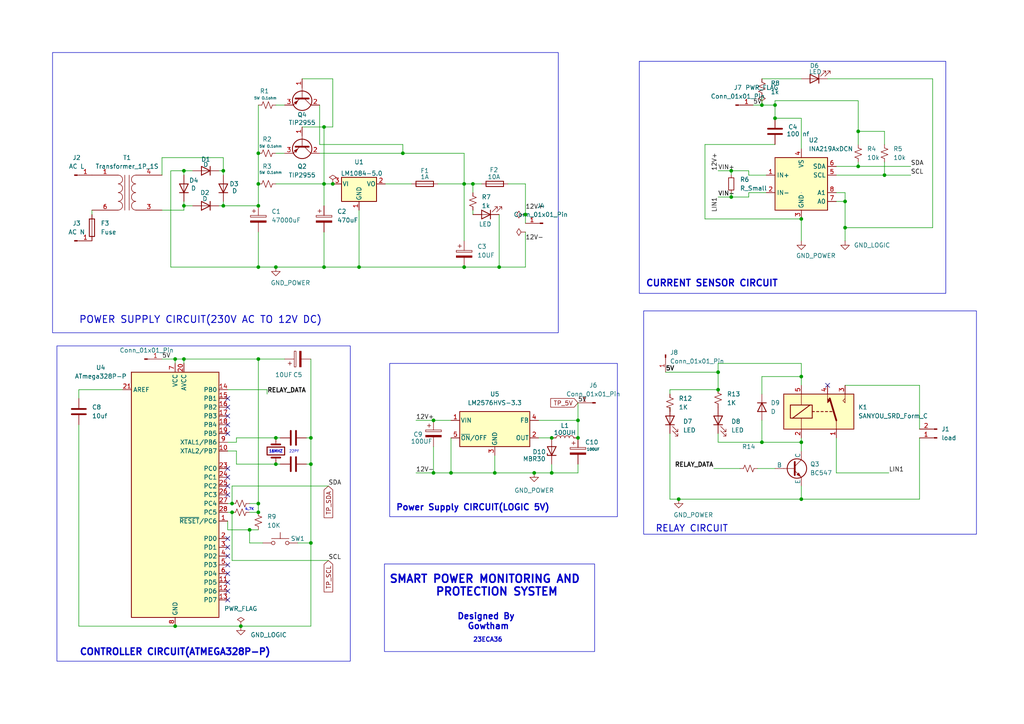
<source format=kicad_sch>
(kicad_sch (version 20250114) (generator "eeschema") (generator_version "9.0")
  (paper "A4")
  (lib_symbols
    (symbol "Connector:Conn_01x01_Pin" (pin_names (offset 1.016) (hide yes))
      (property "Reference" "J" (at 0 2.54 0))
      (property "Value" "Conn_01x01_Pin" (at 0 -2.54 0))
      (symbol "Conn_01x01_Pin_1_1"
        (pin passive line (at 5.08 0 180) (length 3.81) (name "Pin_1") (number "1"))
      )
    )
    (symbol "Connector:Conn_01x02_Pin" (pin_names (offset 1.016) (hide yes))
      (property "Reference" "J" (at 0 2.54 0))
      (property "Value" "Conn_01x02_Pin" (at 0 -5.08 0))
      (symbol "Conn_01x02_Pin_1_1"
        (pin passive line (at 5.08 0 180) (length 3.81) (name "Pin_1") (number "1"))
        (pin passive line (at 5.08 -2.54 180) (length 3.81) (name "Pin_2") (number "2"))
      )
    )
    (symbol "Device:C" (pin_numbers (hide yes)) (pin_names (offset 0.254))
      (property "Reference" "C" (at 0.635 2.54 0))
      (property "Value" "C" (at 0.635 -2.54 0))
      (symbol "C_1_1"
        (pin passive line (at 0 3.81 270) (length 2.794) (name "~") (number "1"))
        (pin passive line (at 0 -3.81 90) (length 2.794) (name "~") (number "2"))
      )
    )
    (symbol "Device:C_Polarized" (pin_numbers (hide yes)) (pin_names (offset 0.254))
      (property "Reference" "C" (at 0.635 2.54 0))
      (property "Value" "C_Polarized" (at 0.635 -2.54 0))
      (symbol "C_Polarized_1_1"
        (pin passive line (at 0 3.81 270) (length 2.794) (name "~") (number "1"))
        (pin passive line (at 0 -3.81 90) (length 2.794) (name "~") (number "2"))
      )
    )
    (symbol "Device:Crystal" (pin_numbers (hide yes)) (pin_names (offset 1.016) (hide yes))
      (property "Reference" "Y" (at 0 3.81 0))
      (property "Value" "Crystal" (at 0 -3.81 0))
      (symbol "Crystal_1_1"
        (pin passive line (at -3.81 0 0) (length 1.27) (name "1") (number "1"))
        (pin passive line (at 3.81 0 180) (length 1.27) (name "2") (number "2"))
      )
    )
    (symbol "Device:D" (pin_numbers (hide yes)) (pin_names (offset 1.016) (hide yes))
      (property "Reference" "D" (at 0 2.54 0))
      (property "Value" "D" (at 0 -2.54 0))
      (symbol "D_1_1"
        (pin passive line (at -3.81 0 0) (length 2.54) (name "K") (number "1"))
        (pin passive line (at 3.81 0 180) (length 2.54) (name "A") (number "2"))
      )
    )
    (symbol "Device:D_Zener" (pin_numbers (hide yes)) (pin_names (offset 1.016) (hide yes))
      (property "Reference" "D" (at 0 2.54 0))
      (property "Value" "D_Zener" (at 0 -2.54 0))
      (symbol "D_Zener_1_1"
        (pin passive line (at -3.81 0 0) (length 2.54) (name "K") (number "1"))
        (pin passive line (at 3.81 0 180) (length 2.54) (name "A") (number "2"))
      )
    )
    (symbol "Device:Fuse" (pin_numbers (hide yes)) (pin_names (offset 0))
      (property "Reference" "F" (at 2.032 0 90))
      (property "Value" "Fuse" (at -1.905 0 90))
      (symbol "Fuse_1_1"
        (pin passive line (at 0 3.81 270) (length 1.27) (name "~") (number "1"))
        (pin passive line (at 0 -3.81 90) (length 1.27) (name "~") (number "2"))
      )
    )
    (symbol "Device:L" (pin_numbers (hide yes)) (pin_names (offset 1.016) (hide yes))
      (property "Reference" "L" (at -1.27 0 90))
      (property "Value" "L" (at 1.905 0 90))
      (symbol "L_1_1"
        (pin passive line (at 0 3.81 270) (length 1.27) (name "1") (number "1"))
        (pin passive line (at 0 -3.81 90) (length 1.27) (name "2") (number "2"))
      )
    )
    (symbol "Device:LED" (pin_numbers (hide yes)) (pin_names (offset 1.016) (hide yes))
      (property "Reference" "D" (at 0 2.54 0))
      (property "Value" "LED" (at 0 -2.54 0))
      (symbol "LED_1_1"
        (pin passive line (at -3.81 0 0) (length 2.54) (name "K") (number "1"))
        (pin passive line (at 3.81 0 180) (length 2.54) (name "A") (number "2"))
      )
    )
    (symbol "Device:R_Small" (pin_numbers (hide yes)) (pin_names (offset 0.254) (hide yes))
      (property "Reference" "R" (at 0.762 0.508 0))
      (property "Value" "R_Small" (at 0.762 -1.016 0))
      (symbol "R_Small_1_1"
        (pin passive line (at 0 2.54 270) (length 0.762) (name "~") (number "1"))
        (pin passive line (at 0 -2.54 90) (length 0.762) (name "~") (number "2"))
      )
    )
    (symbol "Device:R_Small_US" (pin_numbers (hide yes)) (pin_names (offset 0.254) (hide yes))
      (property "Reference" "R" (at 0.762 0.508 0))
      (property "Value" "R_Small_US" (at 0.762 -1.016 0))
      (symbol "R_Small_US_1_1"
        (pin passive line (at 0 2.54 270) (length 1.016) (name "~") (number "1"))
        (pin passive line (at 0 -2.54 90) (length 1.016) (name "~") (number "2"))
      )
    )
    (symbol "Device:Transformer_1P_1S" (pin_names (offset 1.016) (hide yes))
      (property "Reference" "T1" (at 0.0127 10.16 0))
      (property "Value" "Transformer_1P_1S" (at 0.0127 7.62 0))
      (symbol "Transformer_1P_1S_1_1"
        (pin passive line (at -10.16 5.08 0) (length 7.62) (name "AA") (number "1"))
        (pin passive line (at -10.16 -5.08 0) (length 7.62) (name "AB") (number "6"))
        (pin passive line (at 10.16 5.08 180) (length 7.62) (name "SB") (number "4"))
        (pin passive line (at 10.16 -5.08 180) (length 7.62) (name "SA") (number "3"))
      )
    )
    (symbol "MCU_Microchip_ATmega:ATmega328P-P"
      (property "Reference" "U" (at -12.7 36.83 0))
      (property "Value" "ATmega328P-P" (at 2.54 -36.83 0))
      (symbol "ATmega328P-P_1_1"
        (pin passive line (at -15.24 30.48 0) (length 2.54) (name "AREF") (number "21"))
        (pin power_in line (at 0 38.1 270) (length 2.54) (name "VCC") (number "7"))
        (pin passive line (at 0 -38.1 90) (length 2.54) (hide yes) (name "GND") (number "22"))
        (pin power_in line (at 0 -38.1 90) (length 2.54) (name "GND") (number "8"))
        (pin power_in line (at 2.54 38.1 270) (length 2.54) (name "AVCC") (number "20"))
        (pin bidirectional line (at 15.24 30.48 180) (length 2.54) (name "PB0") (number "14"))
        (pin bidirectional line (at 15.24 27.94 180) (length 2.54) (name "PB1") (number "15"))
        (pin bidirectional line (at 15.24 25.4 180) (length 2.54) (name "PB2") (number "16"))
        (pin bidirectional line (at 15.24 22.86 180) (length 2.54) (name "PB3") (number "17"))
        (pin bidirectional line (at 15.24 20.32 180) (length 2.54) (name "PB4") (number "18"))
        (pin bidirectional line (at 15.24 17.78 180) (length 2.54) (name "PB5") (number "19"))
        (pin bidirectional line (at 15.24 15.24 180) (length 2.54) (name "XTAL1/PB6") (number "9"))
        (pin bidirectional line (at 15.24 12.7 180) (length 2.54) (name "XTAL2/PB7") (number "10"))
        (pin bidirectional line (at 15.24 7.62 180) (length 2.54) (name "PC0") (number "23"))
        (pin bidirectional line (at 15.24 5.08 180) (length 2.54) (name "PC1") (number "24"))
        (pin bidirectional line (at 15.24 2.54 180) (length 2.54) (name "PC2") (number "25"))
        (pin bidirectional line (at 15.24 0 180) (length 2.54) (name "PC3") (number "26"))
        (pin bidirectional line (at 15.24 -2.54 180) (length 2.54) (name "PC4") (number "27"))
        (pin bidirectional line (at 15.24 -5.08 180) (length 2.54) (name "PC5") (number "28"))
        (pin bidirectional line (at 15.24 -7.62 180) (length 2.54) (name "~{RESET}/PC6") (number "1"))
        (pin bidirectional line (at 15.24 -12.7 180) (length 2.54) (name "PD0") (number "2"))
        (pin bidirectional line (at 15.24 -15.24 180) (length 2.54) (name "PD1") (number "3"))
        (pin bidirectional line (at 15.24 -17.78 180) (length 2.54) (name "PD2") (number "4"))
        (pin bidirectional line (at 15.24 -20.32 180) (length 2.54) (name "PD3") (number "5"))
        (pin bidirectional line (at 15.24 -22.86 180) (length 2.54) (name "PD4") (number "6"))
        (pin bidirectional line (at 15.24 -25.4 180) (length 2.54) (name "PD5") (number "11"))
        (pin bidirectional line (at 15.24 -27.94 180) (length 2.54) (name "PD6") (number "12"))
        (pin bidirectional line (at 15.24 -30.48 180) (length 2.54) (name "PD7") (number "13"))
      )
    )
    (symbol "Regulator_Linear:LM1084-5.0" (pin_names (offset 0.254))
      (property "Reference" "U" (at -3.81 3.175 0))
      (property "Value" "LM1084-5.0" (at 0 3.175 0))
      (symbol "LM1084-5.0_1_1"
        (pin power_in line (at -7.62 0 0) (length 2.54) (name "VI") (number "3"))
        (pin power_in line (at 0 -7.62 90) (length 2.54) (name "GND") (number "1"))
        (pin power_out line (at 7.62 0 180) (length 2.54) (name "VO") (number "2"))
      )
    )
    (symbol "Regulator_Switching:LM2576HVS-3.3" (pin_names (offset 0.254))
      (property "Reference" "U" (at -10.16 6.35 0))
      (property "Value" "LM2576HVS-3.3" (at 0 6.35 0))
      (symbol "LM2576HVS-3.3_1_1"
        (pin power_in line (at -12.7 2.54 0) (length 2.54) (name "VIN") (number "1"))
        (pin input line (at -12.7 -2.54 0) (length 2.54) (name "~{ON}/OFF") (number "5"))
        (pin power_in line (at 0 -7.62 90) (length 2.54) (name "GND") (number "3"))
        (pin input line (at 12.7 2.54 180) (length 2.54) (name "FB") (number "4"))
        (pin output line (at 12.7 -2.54 180) (length 2.54) (name "OUT") (number "2"))
      )
    )
    (symbol "Relay:SANYOU_SRD_Form_C"
      (property "Reference" "K" (at 11.43 3.81 0))
      (property "Value" "SANYOU_SRD_Form_C" (at 11.43 1.27 0))
      (symbol "SANYOU_SRD_Form_C_1_1"
        (pin passive line (at -5.08 7.62 270) (length 2.54) (name "~") (number "5"))
        (pin passive line (at -5.08 -7.62 90) (length 2.54) (name "~") (number "2"))
        (pin passive line (at 2.54 7.62 270) (length 2.54) (name "~") (number "4"))
        (pin passive line (at 5.08 -7.62 90) (length 2.54) (name "~") (number "1"))
        (pin passive line (at 7.62 7.62 270) (length 2.54) (name "~") (number "3"))
      )
    )
    (symbol "Sensor_Energy:INA219AxDCN"
      (property "Reference" "U" (at -6.35 8.89 0))
      (property "Value" "INA219AxDCN" (at 6.35 8.89 0))
      (symbol "INA219AxDCN_1_1"
        (pin input line (at -10.16 2.54 0) (length 2.54) (name "IN+") (number "1"))
        (pin input line (at -10.16 -2.54 0) (length 2.54) (name "IN-") (number "2"))
        (pin power_in line (at 0 10.16 270) (length 2.54) (name "VS") (number "4"))
        (pin power_in line (at 0 -10.16 90) (length 2.54) (name "GND") (number "3"))
        (pin bidirectional line (at 10.16 5.08 180) (length 2.54) (name "SDA") (number "6"))
        (pin input line (at 10.16 2.54 180) (length 2.54) (name "SCL") (number "5"))
        (pin input line (at 10.16 -2.54 180) (length 2.54) (name "A1") (number "8"))
        (pin input line (at 10.16 -5.08 180) (length 2.54) (name "A0") (number "7"))
      )
    )
    (symbol "Simulation_SPICE:NPN" (pin_numbers (hide yes)) (pin_names (offset 0))
      (property "Reference" "Q3" (at 5.08 1.2701 0))
      (property "Value" "BC547" (at 5.08 -1.2699 0))
      (symbol "NPN_1_1"
        (pin input line (at -5.08 0 0) (length 2.54) (name "B") (number "2"))
        (pin open_collector line (at 2.54 5.08 270) (length 2.54) (name "C") (number "1"))
        (pin passive line (at 2.54 -5.08 90) (length 2.54) (name "E") (number "3"))
      )
    )
    (symbol "Switch:SW_Push" (pin_numbers (hide yes)) (pin_names (offset 1.016) (hide yes))
      (property "Reference" "SW" (at 1.27 2.54 0))
      (property "Value" "SW_Push" (at 0 -1.524 0))
      (symbol "SW_Push_0_1"
        (pin passive line (at -5.08 0 0) (length 2.54) (name "1") (number "1"))
        (pin passive line (at 5.08 0 180) (length 2.54) (name "2") (number "2"))
      )
    )
    (symbol "Transistor_BJT:TIP2955" (pin_names (offset 0) (hide yes))
      (property "Reference" "Q" (at 5.08 1.905 0))
      (property "Value" "TIP2955" (at 5.08 0 0))
      (symbol "TIP2955_1_1"
        (pin input line (at -5.08 0 0) (length 2.54) (name "B") (number "1"))
        (pin passive line (at 2.54 5.08 270) (length 2.54) (name "C") (number "2"))
        (pin passive line (at 2.54 -5.08 90) (length 2.54) (name "E") (number "3"))
      )
    )
    (symbol "power:GND" (power) (pin_numbers (hide yes)) (pin_names (offset 0) (hide yes))
      (property "Value" "GND" (at 0 -3.81 0))
      (symbol "GND_1_1"
        (pin power_in line (at 0 0 270) (length 0) (name "~") (number "1"))
      )
    )
    (symbol "power:PWR_FLAG" (power) (pin_numbers (hide yes)) (pin_names (offset 0) (hide yes))
      (property "Value" "PWR_FLAG" (at 0 3.81 0))
      (symbol "PWR_FLAG_0_0"
        (pin power_out line (at 0 0 90) (length 0) (name "~") (number "1"))
      )
    )
  )
  (rectangle (start 15.24 15.24) (end 161.925 96.52))
  (rectangle (start 16.51 100.33) (end 101.6 191.77))
  (rectangle (start 186.69 90.17) (end 283.21 154.94))
  (rectangle (start 111.506 163.576) (end 172.466 188.976))
  (rectangle (start 113.03 105.41) (end 179.07 149.86))
  (text "Power Supply CIRCUIT(LOGIC 5V)" (at 137.16 147.32 0) (effects (font (size 1.778 1.778) (thickness 0.3556) (bold yes))))
  (text "SMART POWER MONITORING AND \n   PROTECTION SYSTEM" (at 141.478 169.926 0) (effects (font (size 2.286 2.286) (thickness 0.4572) (bold yes))))
  (text "Designed By\n Gowtham" (at 140.97 180.34 0) (effects (font (size 1.778 1.778) (thickness 0.3556) (bold yes))))
  (text "4.7K\n" (at 72.39 147.828 0) (effects (font (size 0.762 0.762))))
  (text "CURRENT SENSOR CIRCUIT" (at 206.502 82.296 0) (effects (font (size 1.905 1.905) (thickness 0.381) (bold yes))))
  (text "CONTROLLER CIRCUIT(ATMEGA328P-P)" (at 50.8 189.23 0) (effects (font (size 1.905 1.905) (thickness 0.4064) (bold yes))))
  (text "POWER SUPPLY CIRCUIT(230V AC TO 12V DC)\n\n" (at 58.166 94.488 0) (effects (font (size 2.032 2.032) (thickness 0.254) (bold yes))))
  (text "16MHZ\n" (at 80.01 131.064 0) (effects (font (size 0.762 0.762) (thickness 0.254) (bold yes))))
  (text "RELAY CIRCUIT" (at 200.66 153.416 0) (effects (font (size 1.905 1.905) (thickness 0.254) (bold yes))))
  (text "23ECA36\n" (at 141.478 185.674 0) (effects (font (size 1.27 1.27) (thickness 0.254) (bold yes))))
  (text "22PF" (at 85.344 131.064 0) (effects (font (size 0.762 0.762) (thickness 0.0953))))
  (text_box "" (at 185.42 17.78 0) (size 88.9 67.31) (margins 0.9525 0.9525 0.9525 0.9525) (effects (font (size 1.27 1.27)) (justify left top)))
  (text_box "" (at 232.41 55.88 0) (size 0 0) (margins 0.9525 0.9525 0.9525 0.9525) (effects (font (size 1.27 1.27)) (justify left top)))
  (junction (at 248.92 38.1))
  (junction (at 232.41 63.5))
  (junction (at 50.8 104.14))
  (junction (at 90.17 157.48))
  (junction (at 220.98 30.48))
  (junction (at 64.77 49.53))
  (junction (at 154.94 137.16))
  (junction (at 96.52 53.34))
  (junction (at 248.92 48.26))
  (junction (at 74.93 44.45))
  (junction (at 67.31 146.05))
  (junction (at 224.79 34.29))
  (junction (at 212.09 57.15))
  (junction (at 90.17 134.62))
  (junction (at 208.28 113.03))
  (junction (at 93.98 53.34))
  (junction (at 74.93 77.47))
  (junction (at 64.77 59.69))
  (junction (at 220.98 128.27))
  (junction (at 116.84 44.45))
  (junction (at 74.93 104.14))
  (junction (at 208.28 107.95))
  (junction (at 232.41 109.22))
  (junction (at 144.78 77.47))
  (junction (at 143.51 137.16))
  (junction (at 137.16 53.34))
  (junction (at 125.73 137.16))
  (junction (at 245.11 58.42))
  (junction (at 104.14 77.47))
  (junction (at 256.54 50.8))
  (junction (at 67.31 148.59))
  (junction (at 80.01 77.47))
  (junction (at 232.41 144.78))
  (junction (at 130.81 137.16))
  (junction (at 53.34 104.14))
  (junction (at 90.17 127))
  (junction (at 74.93 146.05))
  (junction (at 80.01 134.62))
  (junction (at 245.11 66.04))
  (junction (at 152.4 62.23))
  (junction (at 53.34 49.53))
  (junction (at 232.41 128.27))
  (junction (at 53.34 59.69))
  (junction (at 93.98 36.83))
  (junction (at 167.64 127))
  (junction (at 125.73 121.92))
  (junction (at 134.62 53.34))
  (junction (at 74.93 59.69))
  (junction (at 80.01 127))
  (junction (at 160.02 137.16))
  (junction (at 167.64 121.92))
  (junction (at 196.85 144.78))
  (junction (at 224.79 30.48))
  (junction (at 74.93 148.59))
  (junction (at 212.09 49.53))
  (junction (at 74.93 53.34))
  (junction (at 69.85 181.61))
  (junction (at 72.39 153.67))
  (junction (at 160.02 127))
  (junction (at 134.62 77.47))
  (junction (at 93.98 77.47))
  (junction (at 50.8 181.61))
  (no_connect (at 66.04 123.19))
  (no_connect (at 66.04 135.89))
  (no_connect (at 66.04 163.83))
  (no_connect (at 240.03 111.76))
  (no_connect (at 66.04 115.57))
  (no_connect (at 66.04 118.11))
  (no_connect (at 66.04 166.37))
  (no_connect (at 66.04 168.91))
  (no_connect (at 66.04 173.99))
  (no_connect (at 66.04 138.43))
  (no_connect (at 66.04 125.73))
  (no_connect (at 66.04 140.97))
  (no_connect (at 66.04 158.75))
  (no_connect (at 66.04 171.45))
  (no_connect (at 66.04 161.29))
  (no_connect (at 66.04 120.65))
  (no_connect (at 66.04 143.51))
  (no_connect (at 66.04 156.21))
  (wire (pts (xy 194.31 113.03) (xy 194.31 114.3)))
  (wire (pts (xy 144.78 62.23) (xy 144.78 77.47)))
  (wire (pts (xy 50.8 105.41) (xy 50.8 104.14)))
  (wire (pts (xy 232.41 128.27) (xy 232.41 130.81)))
  (wire (pts (xy 270.51 66.04) (xy 245.11 66.04)))
  (wire (pts (xy 232.41 34.29) (xy 232.41 43.18)))
  (wire (pts (xy 204.47 63.5) (xy 204.47 41.91)))
  (wire (pts (xy 232.41 144.78) (xy 266.7 144.78)))
  (wire (pts (xy 248.92 48.26) (xy 264.16 48.26)))
  (wire (pts (xy 74.93 104.14) (xy 82.55 104.14)))
  (wire (pts (xy 242.57 55.88) (xy 245.11 55.88)))
  (wire (pts (xy 68.58 130.81) (xy 66.04 130.81)))
  (wire (pts (xy 120.65 137.16) (xy 125.73 137.16)))
  (wire (pts (xy 218.44 30.48) (xy 220.98 30.48)))
  (wire (pts (xy 194.31 125.73) (xy 194.31 144.78)))
  (wire (pts (xy 72.39 157.48) (xy 76.2 157.48)))
  (wire (pts (xy 134.62 53.34) (xy 137.16 53.34)))
  (wire (pts (xy 50.8 104.14) (xy 53.34 104.14)))
  (wire (pts (xy 232.41 109.22) (xy 232.41 105.41)))
  (wire (pts (xy 90.17 181.61) (xy 69.85 181.61)))
  (wire (pts (xy 74.93 77.47) (xy 80.01 77.47)))
  (wire (pts (xy 248.92 46.99) (xy 248.92 48.26)))
  (wire (pts (xy 93.98 77.47) (xy 104.14 77.47)))
  (wire (pts (xy 256.54 46.99) (xy 256.54 50.8)))
  (wire (pts (xy 266.7 144.78) (xy 266.7 127)))
  (wire (pts (xy 242.57 127) (xy 242.57 137.16)))
  (wire (pts (xy 26.67 62.23) (xy 26.67 60.96)))
  (wire (pts (xy 68.58 127) (xy 80.01 127)))
  (wire (pts (xy 245.11 58.42) (xy 245.11 66.04)))
  (wire (pts (xy 68.58 134.62) (xy 80.01 134.62)))
  (wire (pts (xy 167.64 121.92) (xy 167.64 127)))
  (wire (pts (xy 245.11 66.04) (xy 245.11 69.85)))
  (wire (pts (xy 240.03 22.86) (xy 270.51 22.86)))
  (wire (pts (xy 87.63 22.86) (xy 96.52 22.86)))
  (wire (pts (xy 69.85 181.61) (xy 50.8 181.61)))
  (wire (pts (xy 156.21 127) (xy 160.02 127)))
  (wire (pts (xy 212.09 49.53) (xy 217.17 49.53)))
  (wire (pts (xy 53.34 49.53) (xy 49.53 49.53)))
  (wire (pts (xy 130.81 127) (xy 130.81 137.16)))
  (wire (pts (xy 194.31 144.78) (xy 196.85 144.78)))
  (wire (pts (xy 193.04 107.95) (xy 208.28 107.95)))
  (wire (pts (xy 104.14 77.47) (xy 104.14 60.96)))
  (wire (pts (xy 248.92 38.1) (xy 248.92 41.91)))
  (wire (pts (xy 208.28 57.15) (xy 212.09 57.15)))
  (wire (pts (xy 220.98 22.86) (xy 232.41 22.86)))
  (wire (pts (xy 217.17 49.53) (xy 217.17 50.8)))
  (wire (pts (xy 160.02 137.16) (xy 167.64 137.16)))
  (wire (pts (xy 90.17 104.14) (xy 90.17 127)))
  (wire (pts (xy 67.31 140.97) (xy 95.25 140.97)))
  (wire (pts (xy 66.04 113.03) (xy 77.47 113.03)))
  (wire (pts (xy 130.81 137.16) (xy 143.51 137.16)))
  (wire (pts (xy 242.57 58.42) (xy 245.11 58.42)))
  (wire (pts (xy 116.84 44.45) (xy 134.62 44.45)))
  (wire (pts (xy 207.01 135.89) (xy 214.63 135.89)))
  (wire (pts (xy 208.28 128.27) (xy 220.98 128.27)))
  (wire (pts (xy 80.01 44.45) (xy 82.55 44.45)))
  (wire (pts (xy 90.17 134.62) (xy 90.17 157.48)))
  (wire (pts (xy 53.34 58.42) (xy 53.34 59.69)))
  (wire (pts (xy 212.09 57.15) (xy 217.17 57.15)))
  (wire (pts (xy 266.7 111.76) (xy 266.7 124.46)))
  (wire (pts (xy 204.47 41.91) (xy 224.79 41.91)))
  (wire (pts (xy 245.11 55.88) (xy 245.11 58.42)))
  (wire (pts (xy 74.93 104.14) (xy 74.93 146.05)))
  (wire (pts (xy 90.17 157.48) (xy 90.17 181.61)))
  (wire (pts (xy 125.73 121.92) (xy 130.81 121.92)))
  (wire (pts (xy 68.58 130.81) (xy 68.58 134.62)))
  (wire (pts (xy 66.04 153.67) (xy 66.04 151.13)))
  (wire (pts (xy 156.21 121.92) (xy 167.64 121.92)))
  (wire (pts (xy 72.39 146.05) (xy 74.93 146.05)))
  (wire (pts (xy 93.98 53.34) (xy 93.98 59.69)))
  (wire (pts (xy 72.39 153.67) (xy 72.39 157.48)))
  (wire (pts (xy 67.31 148.59) (xy 66.04 148.59)))
  (wire (pts (xy 194.31 119.38) (xy 194.31 118.11)))
  (wire (pts (xy 120.65 121.92) (xy 125.73 121.92)))
  (wire (pts (xy 217.17 57.15) (xy 217.17 55.88)))
  (wire (pts (xy 64.77 49.53) (xy 64.77 50.8)))
  (wire (pts (xy 53.34 59.69) (xy 55.88 59.69)))
  (wire (pts (xy 22.86 181.61) (xy 22.86 123.19)))
  (wire (pts (xy 64.77 59.69) (xy 64.77 58.42)))
  (wire (pts (xy 80.01 134.62) (xy 81.28 134.62)))
  (wire (pts (xy 196.85 144.78) (xy 232.41 144.78)))
  (wire (pts (xy 53.34 60.96) (xy 53.34 59.69)))
  (wire (pts (xy 49.53 49.53) (xy 49.53 77.47)))
  (wire (pts (xy 68.58 128.27) (xy 68.58 127)))
  (wire (pts (xy 220.98 30.48) (xy 224.79 30.48)))
  (wire (pts (xy 127 53.34) (xy 134.62 53.34)))
  (wire (pts (xy 92.71 41.91) (xy 116.84 41.91)))
  (wire (pts (xy 154.94 137.16) (xy 160.02 137.16)))
  (wire (pts (xy 232.41 128.27) (xy 232.41 127)))
  (wire (pts (xy 53.34 50.8) (xy 53.34 49.53)))
  (wire (pts (xy 208.28 125.73) (xy 208.28 128.27)))
  (wire (pts (xy 152.4 53.34) (xy 152.4 62.23)))
  (wire (pts (xy 77.47 113.03) (xy 77.47 114.3)))
  (wire (pts (xy 46.99 104.14) (xy 50.8 104.14)))
  (wire (pts (xy 22.86 115.57) (xy 22.86 113.03)))
  (wire (pts (xy 46.99 50.8) (xy 46.99 45.72)))
  (wire (pts (xy 217.17 50.8) (xy 222.25 50.8)))
  (wire (pts (xy 232.41 105.41) (xy 208.28 105.41)))
  (wire (pts (xy 137.16 53.34) (xy 137.16 55.88)))
  (wire (pts (xy 53.34 104.14) (xy 74.93 104.14)))
  (wire (pts (xy 96.52 36.83) (xy 93.98 36.83)))
  (wire (pts (xy 248.92 29.21) (xy 248.92 38.1)))
  (wire (pts (xy 152.4 67.31) (xy 152.4 77.47)))
  (wire (pts (xy 219.71 135.89) (xy 224.79 135.89)))
  (wire (pts (xy 80.01 77.47) (xy 93.98 77.47)))
  (wire (pts (xy 74.93 67.31) (xy 74.93 77.47)))
  (wire (pts (xy 74.93 53.34) (xy 74.93 59.69)))
  (wire (pts (xy 232.41 144.78) (xy 232.41 140.97)))
  (wire (pts (xy 242.57 48.26) (xy 248.92 48.26)))
  (wire (pts (xy 67.31 146.05) (xy 67.31 140.97)))
  (wire (pts (xy 224.79 34.29) (xy 232.41 34.29)))
  (wire (pts (xy 143.51 137.16) (xy 143.51 132.08)))
  (wire (pts (xy 92.71 44.45) (xy 116.84 44.45)))
  (wire (pts (xy 167.64 137.16) (xy 167.64 134.62)))
  (wire (pts (xy 224.79 30.48) (xy 224.79 34.29)))
  (wire (pts (xy 224.79 29.21) (xy 224.79 30.48)))
  (wire (pts (xy 194.31 113.03) (xy 208.28 113.03)))
  (wire (pts (xy 270.51 22.86) (xy 270.51 66.04)))
  (wire (pts (xy 88.9 134.62) (xy 90.17 134.62)))
  (wire (pts (xy 93.98 53.34) (xy 96.52 53.34)))
  (wire (pts (xy 208.28 107.95) (xy 208.28 113.03)))
  (wire (pts (xy 220.98 27.94) (xy 220.98 30.48)))
  (wire (pts (xy 242.57 50.8) (xy 256.54 50.8)))
  (wire (pts (xy 53.34 104.14) (xy 53.34 105.41)))
  (wire (pts (xy 74.93 30.48) (xy 74.93 44.45)))
  (wire (pts (xy 116.84 41.91) (xy 116.84 44.45)))
  (wire (pts (xy 208.28 49.53) (xy 212.09 49.53)))
  (wire (pts (xy 144.78 77.47) (xy 152.4 77.47)))
  (wire (pts (xy 104.14 77.47) (xy 134.62 77.47)))
  (wire (pts (xy 72.39 148.59) (xy 74.93 148.59)))
  (wire (pts (xy 74.93 146.05) (xy 74.93 148.59)))
  (wire (pts (xy 74.93 153.67) (xy 72.39 153.67)))
  (wire (pts (xy 208.28 107.95) (xy 208.28 105.41)))
  (wire (pts (xy 93.98 36.83) (xy 93.98 53.34)))
  (wire (pts (xy 256.54 38.1) (xy 256.54 41.91)))
  (wire (pts (xy 232.41 63.5) (xy 204.47 63.5)))
  (wire (pts (xy 53.34 49.53) (xy 55.88 49.53)))
  (wire (pts (xy 93.98 67.31) (xy 93.98 77.47)))
  (wire (pts (xy 232.41 63.5) (xy 232.41 69.85)))
  (wire (pts (xy 220.98 121.92) (xy 220.98 128.27)))
  (wire (pts (xy 67.31 162.56) (xy 95.25 162.56)))
  (wire (pts (xy 111.76 53.34) (xy 119.38 53.34)))
  (wire (pts (xy 50.8 181.61) (xy 22.86 181.61)))
  (wire (pts (xy 66.04 128.27) (xy 68.58 128.27)))
  (wire (pts (xy 64.77 45.72) (xy 64.77 49.53)))
  (wire (pts (xy 86.36 157.48) (xy 90.17 157.48)))
  (wire (pts (xy 67.31 148.59) (xy 67.31 162.56)))
  (wire (pts (xy 125.73 137.16) (xy 125.73 129.54)))
  (wire (pts (xy 67.31 146.05) (xy 66.04 146.05)))
  (wire (pts (xy 217.17 55.88) (xy 222.25 55.88)))
  (wire (pts (xy 220.98 128.27) (xy 232.41 128.27)))
  (wire (pts (xy 220.98 109.22) (xy 232.41 109.22)))
  (wire (pts (xy 63.5 59.69) (xy 64.77 59.69)))
  (wire (pts (xy 224.79 29.21) (xy 248.92 29.21)))
  (wire (pts (xy 74.93 44.45) (xy 74.93 53.34)))
  (wire (pts (xy 80.01 30.48) (xy 82.55 30.48)))
  (wire (pts (xy 90.17 127) (xy 90.17 134.62)))
  (wire (pts (xy 212.09 55.88) (xy 212.09 57.15)))
  (wire (pts (xy 64.77 59.69) (xy 74.93 59.69)))
  (wire (pts (xy 96.52 22.86) (xy 96.52 36.83)))
  (wire (pts (xy 46.99 45.72) (xy 64.77 45.72)))
  (wire (pts (xy 93.98 36.83) (xy 87.63 36.83)))
  (wire (pts (xy 137.16 53.34) (xy 139.7 53.34)))
  (wire (pts (xy 22.86 113.03) (xy 35.56 113.03)))
  (wire (pts (xy 80.01 127) (xy 81.28 127)))
  (wire (pts (xy 160.02 137.16) (xy 160.02 134.62)))
  (wire (pts (xy 88.9 127) (xy 90.17 127)))
  (wire (pts (xy 212.09 49.53) (xy 212.09 50.8)))
  (wire (pts (xy 92.71 41.91) (xy 92.71 30.48)))
  (wire (pts (xy 80.01 53.34) (xy 93.98 53.34)))
  (wire (pts (xy 232.41 111.76) (xy 232.41 109.22)))
  (wire (pts (xy 256.54 50.8) (xy 264.16 50.8)))
  (wire (pts (xy 220.98 114.3) (xy 220.98 109.22)))
  (wire (pts (xy 147.32 53.34) (xy 152.4 53.34)))
  (wire (pts (xy 49.53 77.47) (xy 74.93 77.47)))
  (wire (pts (xy 167.64 116.84) (xy 167.64 121.92)))
  (wire (pts (xy 134.62 44.45) (xy 134.62 53.34)))
  (wire (pts (xy 134.62 53.34) (xy 134.62 69.85)))
  (wire (pts (xy 63.5 49.53) (xy 64.77 49.53)))
  (wire (pts (xy 66.04 153.67) (xy 72.39 153.67)))
  (wire (pts (xy 134.62 77.47) (xy 144.78 77.47)))
  (wire (pts (xy 125.73 137.16) (xy 130.81 137.16)))
  (wire (pts (xy 137.16 60.96) (xy 137.16 62.23)))
  (wire (pts (xy 242.57 137.16) (xy 257.81 137.16)))
  (wire (pts (xy 245.11 111.76) (xy 266.7 111.76)))
  (wire (pts (xy 152.4 64.77) (xy 152.4 62.23)))
  (wire (pts (xy 46.99 60.96) (xy 53.34 60.96)))
  (wire (pts (xy 248.92 38.1) (xy 256.54 38.1)))
  (wire (pts (xy 143.51 137.16) (xy 154.94 137.16)))
  (label "RELAY_DATA" (at 207.01 135.89 180) (effects (font (thickness 0.254) (bold yes))))
  (label "SDA" (at 264.16 48.26 0))
  (label "12V+" (at 208.28 49.53 90))
  (label "VIN-" (at 208.28 57.15 0))
  (label "LIN1" (at 257.81 137.16 0))
  (label "5V" (at 167.64 116.84 0))
  (label "SCL" (at 95.25 162.56 0))
  (label "5V" (at 193.04 107.95 0) (effects (font (thickness 0.254) (bold yes))))
  (label "5V" (at 46.99 104.14 0))
  (label "VIN-" (at 208.28 57.15 0))
  (label "SCL" (at 264.16 50.8 0))
  (label "12V+" (at 152.4 60.96 0))
  (label "12V+" (at 120.65 121.92 0))
  (label "LIN1" (at 208.28 57.15 270))
  (label "RELAY_DATA" (at 77.47 114.3 0) (effects (font (thickness 0.254) (bold yes))))
  (label "12V-" (at 152.4 69.85 0))
  (label "5V" (at 218.44 30.48 0))
  (label "VIN+" (at 208.28 49.53 0))
  (label "SDA" (at 95.25 140.97 0))
  (label "12V-" (at 120.65 137.16 0))
  (global_label "TP_5V" (shape input) (at 167.64 116.84 180) (property "Intersheetrefs" "${INTERSHEET_REFS}" (effects (hide yes))))
  (global_label "TP_SDA" (shape input) (at 95.25 140.97 270) (property "Intersheetrefs" "${INTERSHEET_REFS}" (effects (hide yes))))
  (global_label "TP_SCL" (shape input) (at 95.25 162.56 270) (property "Intersheetrefs" "${INTERSHEET_REFS}" (effects (hide yes))))
  (symbol (lib_id "Device:L") (at 163.83 127 90) (unit 1)
    (property "Reference" "L1" (at 163.83 123.444 90))
    (property "Value" "100UH" (at 163.83 125.476 90))
    (property "Footprint" "Inductor_SMD:L_Coilcraft_2929SQ-501" (effects (hide yes)))
    (property "Description" "Inductor" (effects (hide yes)))
  )
  (symbol (lib_id "MCU_Microchip_ATmega:ATmega328P-P") (at 50.8 143.51 0) (unit 1)
    (property "Reference" "U4" (at 29.21 106.6098 0))
    (property "Value" "ATmega328P-P" (at 29.21 109.1498 0))
    (property "Footprint" "Package_DIP:DIP-28_W7.62mm" (effects (hide yes)))
    (property "Datasheet" "http://ww1.microchip.com/downloads/en/DeviceDoc/ATmega328_P%20AVR%20MCU%20with%20picoPower%20Technology%20Data%20Sheet%2040001984A.pdf" (effects (hide yes)))
    (property "Description" "20MHz, 32kB Flash, 2kB SRAM, 1kB EEPROM, DIP-28" (effects (hide yes)))
  )
  (symbol (lib_id "power:PWR_FLAG") (at 96.52 53.34 0) (unit 1)
    (property "Reference" "#FLG03" (effects (hide yes)))
    (property "Value" "PWR_FLAG" (effects (hide yes)))
    (property "Description" "Special symbol for telling ERC where power comes from" (effects (hide yes)))
  )
  (symbol (lib_id "Device:R_Small_US") (at 217.17 135.89 90) (unit 1)
    (property "Reference" "R14" (at 217.17 129.54 90))
    (property "Value" "R_Small_US" (effects (hide yes)))
    (property "Footprint" "Resistor_SMD:R_0603_1608Metric_Pad0.98x0.95mm_HandSolder" (effects (hide yes)))
    (property "Description" "Resistor, small US symbol" (effects (hide yes)))
  )
  (symbol (lib_id "Device:LED") (at 140.97 62.23 180) (unit 1)
    (property "Reference" "D5" (effects (hide yes)))
    (property "Value" "LED" (at 140.716 65.024 0))
    (property "Footprint" "LED_THT:LED_D3.0mm" (effects (hide yes)))
    (property "Description" "Light emitting diode" (effects (hide yes)))
    (property "Sim.Pins" "1=K 2=A" (effects (hide yes)))
  )
  (symbol (lib_id "Device:D_Zener") (at 160.02 130.81 90) (unit 1)
    (property "Reference" "D10" (at 154.432 131.064 90) (effects (justify right)))
    (property "Value" "MBR30" (at 151.638 133.096 90) (effects (justify right)))
    (property "Footprint" "Diode_SMD:D_SOD-323" (effects (hide yes)))
    (property "Description" "Zener diode" (effects (hide yes)))
  )
  (symbol (lib_id "Device:R_Small_US") (at 69.85 148.59 90) (unit 1)
    (property "Reference" "R10" (effects (hide yes)))
    (property "Value" "R_Small_US" (effects (hide yes)))
    (property "Footprint" "Resistor_SMD:R_0603_1608Metric_Pad0.98x0.95mm_HandSolder" (effects (hide yes)))
    (property "Description" "Resistor, small US symbol" (effects (hide yes)))
  )
  (symbol (lib_id "Device:R_Small_US") (at 137.16 58.42 0) (unit 1)
    (property "Reference" "R7" (at 139.7 57.1499 0) (effects (justify left)))
    (property "Value" "1k" (at 139.7 59.6899 0) (effects (justify left)))
    (property "Footprint" "Resistor_THT:R_Axial_DIN0204_L3.6mm_D1.6mm_P2.54mm_Vertical" (effects (hide yes)))
    (property "Description" "Resistor, small US symbol" (effects (hide yes)))
  )
  (symbol (lib_id "Device:R_Small_US") (at 77.47 53.34 90) (unit 1)
    (property "Reference" "R3" (at 77.47 48.26 90))
    (property "Value" "5W O.1ohm" (at 78.486 50.038 90) (effects (font (size 0.762 0.762))))
    (property "Footprint" "Resistor_THT:R_Axial_DIN0207_L6.3mm_D2.5mm_P5.08mm_Vertical" (effects (hide yes)))
    (property "Description" "Resistor, small US symbol" (effects (hide yes)))
  )
  (symbol (lib_id "Device:R_Small_US") (at 220.98 25.4 0) (unit 1)
    (property "Reference" "R8" (at 223.52 24.1299 0) (effects (justify left)))
    (property "Value" "1k" (at 223.52 26.6699 0) (effects (justify left)))
    (property "Footprint" "Resistor_SMD:R_0603_1608Metric" (effects (hide yes)))
    (property "Description" "Resistor, small US symbol" (effects (hide yes)))
  )
  (symbol (lib_id "Device:C") (at 22.86 119.38 0) (unit 1)
    (property "Reference" "C8" (at 26.67 118.1099 0) (effects (justify left)))
    (property "Value" "10uf" (at 26.67 120.6499 0) (effects (justify left)))
    (property "Footprint" "Capacitor_SMD:C_0603_1608Metric_Pad1.08x0.95mm_HandSolder" (effects (hide yes)))
    (property "Description" "Unpolarized capacitor" (effects (hide yes)))
  )
  (symbol (lib_id "Sensor_Energy:INA219AxDCN") (at 232.41 53.34 0) (unit 1)
    (property "Reference" "U2" (at 234.5533 40.64 0) (effects (justify left)))
    (property "Value" "INA219AxDCN" (at 234.5533 43.18 0) (effects (justify left)))
    (property "Footprint" "Package_TO_SOT_SMD:SOT-23-8" (effects (hide yes)))
    (property "Datasheet" "http://www.ti.com/lit/ds/symlink/ina219.pdf" (effects (hide yes)))
    (property "Description" "Zero-Drift, Bidirectional Current/Power Monitor (0-26V) With I2C Interface, SOT-23-8" (effects (hide yes)))
  )
  (symbol (lib_id "Device:R_Small") (at 212.09 53.34 0) (unit 1)
    (property "Reference" "R6" (at 214.63 52.0699 0) (effects (justify left)))
    (property "Value" "R_Small" (at 214.63 54.6099 0) (effects (justify left)))
    (property "Footprint" "Resistor_SMD:R_2010_5025Metric" (effects (hide yes)))
    (property "Description" "Resistor, small symbol" (effects (hide yes)))
  )
  (symbol (lib_id "Device:R_Small_US") (at 248.92 44.45 0) (unit 1)
    (property "Reference" "R4" (at 251.46 43.1799 0) (effects (justify left)))
    (property "Value" "10k" (at 251.46 45.7199 0) (effects (justify left)))
    (property "Footprint" "Resistor_SMD:R_0603_1608Metric_Pad0.98x0.95mm_HandSolder" (effects (hide yes)))
    (property "Description" "Resistor, small US symbol" (effects (hide yes)))
  )
  (symbol (lib_id "Device:Crystal") (at 80.01 130.81 90) (unit 1)
    (property "Reference" "Y1" (effects (hide yes)))
    (property "Value" "Crystal" (effects (hide yes)))
    (property "Footprint" "Crystal:Crystal_AT310_D3.0mm_L10.0mm_Vertical" (effects (hide yes)))
    (property "Description" "Two pin crystal" (effects (hide yes)))
  )
  (symbol (lib_id "Device:Transformer_1P_1S") (at 36.83 55.88 0) (unit 1)
    (property "Reference" "T1" (at 36.8427 45.72 0))
    (property "Value" "Transformer_1P_1S" (at 36.8427 48.26 0))
    (property "Footprint" "Transformer_THT:Transformer_Triad_VPP16-310" (effects (hide yes)))
    (property "Description" "Transformer, single primary, single secondary" (effects (hide yes)))
  )
  (symbol (lib_id "Connector:Conn_01x01_Pin") (at 193.04 102.87 270) (unit 1)
    (property "Reference" "J8" (at 194.31 102.2349 90) (effects (justify left)))
    (property "Value" "Conn_01x01_Pin" (at 194.31 104.7749 90) (effects (justify left)))
    (property "Footprint" "TestPoint:TestPoint_Pad_D1.0mm" (effects (hide yes)))
    (property "Description" "Generic connector, single row, 01x01, script generated" (effects (hide yes)))
  )
  (symbol (lib_id "power:GND") (at 245.11 69.85 0) (unit 1)
    (property "Reference" "#PWR04" (effects (hide yes)))
    (property "Value" "GND_LOGIC" (at 247.65 71.1199 0) (effects (justify left)))
    (property "Description" "Power symbol creates a global label with name \"GND\" , ground" (effects (hide yes)))
  )
  (symbol (lib_id "Connector:Conn_01x01_Pin") (at 172.72 116.84 180) (unit 1)
    (property "Reference" "J6" (at 172.085 111.76 0))
    (property "Value" "Conn_01x01_Pin" (at 172.085 114.3 0))
    (property "Footprint" "TestPoint:TestPoint_Pad_D1.0mm" (effects (hide yes)))
    (property "Description" "Generic connector, single row, 01x01, script generated" (effects (hide yes)))
  )
  (symbol (lib_id "Connector:Conn_01x01_Pin") (at 213.36 30.48 0) (unit 1)
    (property "Reference" "J7" (at 213.995 25.4 0))
    (property "Value" "Conn_01x01_Pin" (at 213.995 27.94 0))
    (property "Footprint" "TestPoint:TestPoint_Pad_D1.0mm" (effects (hide yes)))
    (property "Description" "Generic connector, single row, 01x01, script generated" (effects (hide yes)))
  )
  (symbol (lib_id "Regulator_Linear:LM1084-5.0") (at 104.14 53.34 0) (unit 1)
    (property "Reference" "U1" (at 104.14 46.99 0))
    (property "Value" "LM1084-5.0" (at 104.902 50.292 0))
    (property "Footprint" "Package_TO_SOT_THT:TO-218-3_Vertical" (effects (hide yes)))
    (property "Datasheet" "http://www.ti.com/lit/ds/symlink/lm1084.pdf" (effects (hide yes)))
    (property "Description" "5A 27V Linear Regulator, Fixed Output 5.0V, TO-220/TO-263" (effects (hide yes)))
  )
  (symbol (lib_id "power:PWR_FLAG") (at 220.98 30.48 0) (unit 1)
    (property "Reference" "#FLG04" (effects (hide yes)))
    (property "Value" "PWR_FLAG" (at 220.98 25.4 0))
    (property "Description" "Special symbol for telling ERC where power comes from" (effects (hide yes)))
  )
  (symbol (lib_id "Device:C_Polarized") (at 93.98 63.5 0) (unit 1)
    (property "Reference" "C2" (at 97.79 61.3409 0) (effects (justify left)))
    (property "Value" "470uF" (at 97.79 63.8809 0) (effects (justify left)))
    (property "Footprint" "Capacitor_THT:CP_Radial_D8.0mm_P5.00mm" (effects (hide yes)))
    (property "Description" "Polarized capacitor" (effects (hide yes)))
  )
  (symbol (lib_id "Device:LED") (at 236.22 22.86 180) (unit 1)
    (property "Reference" "D6" (at 236.22 19.05 0))
    (property "Value" "LED" (at 236.474 20.828 0))
    (property "Footprint" "LED_SMD:LED_1206_3216Metric_Pad1.42x1.75mm_HandSolder" (effects (hide yes)))
    (property "Description" "Light emitting diode" (effects (hide yes)))
    (property "Sim.Pins" "1=K 2=A" (effects (hide yes)))
  )
  (symbol (lib_id "Device:R_Small_US") (at 256.54 44.45 0) (unit 1)
    (property "Reference" "R5" (at 259.08 43.1799 0) (effects (justify left)))
    (property "Value" "10k" (at 259.08 45.7199 0) (effects (justify left)))
    (property "Footprint" "Resistor_SMD:R_0603_1608Metric_Pad0.98x0.95mm_HandSolder" (effects (hide yes)))
    (property "Description" "Resistor, small US symbol" (effects (hide yes)))
  )
  (symbol (lib_id "power:GND") (at 154.94 137.16 0) (unit 1)
    (property "Reference" "#PWR07" (effects (hide yes)))
    (property "Value" "GND_POWER" (at 154.94 142.24 0))
    (property "Description" "Power symbol creates a global label with name \"GND\" , ground" (effects (hide yes)))
  )
  (symbol (lib_id "Regulator_Switching:LM2576HVS-3.3") (at 143.51 124.46 0) (unit 1)
    (property "Reference" "U5" (at 143.51 114.3 0))
    (property "Value" "LM2576HVS-3.3" (at 143.51 116.84 0))
    (property "Footprint" "Package_TO_SOT_SMD:TO-263-5_TabPin3" (effects (hide yes)))
    (property "Datasheet" "http://www.ti.com/lit/ds/symlink/lm2576.pdf" (effects (hide yes)))
    (property "Description" "3.3V, 3A, SIMPLE SWITCHER® Step-Down Voltage Regulator, High Voltage Input, TO-263" (effects (hide yes)))
  )
  (symbol (lib_id "Device:C_Polarized") (at 86.36 104.14 90) (unit 1)
    (property "Reference" "C5" (at 86.36 108.712 90))
    (property "Value" "10UF" (at 82.296 108.712 90))
    (property "Footprint" "Capacitor_SMD:CP_Elec_6.3x5.7" (effects (hide yes)))
    (property "Description" "Polarized capacitor" (effects (hide yes)))
  )
  (symbol (lib_id "Device:D") (at 220.98 118.11 270) (unit 1)
    (property "Reference" "D9" (at 223.52 116.8399 90) (effects (justify left)))
    (property "Value" "D" (at 223.52 119.3799 90) (effects (justify left)))
    (property "Footprint" "Diode_SMD:D_1206_3216Metric_Pad1.42x1.75mm_HandSolder" (effects (hide yes)))
    (property "Description" "Diode" (effects (hide yes)))
    (property "Sim.Device" "D" (effects (hide yes)))
    (property "Sim.Pins" "1=K 2=A" (effects (hide yes)))
  )
  (symbol (lib_id "Device:LED") (at 194.31 121.92 90) (unit 1)
    (property "Reference" "D7" (at 198.12 122.2374 90) (effects (justify right)))
    (property "Value" "LED" (at 198.12 124.7774 90) (effects (justify right)))
    (property "Footprint" "LED_SMD:LED_1206_3216Metric_Pad1.42x1.75mm_HandSolder" (effects (hide yes)))
    (property "Description" "Light emitting diode" (effects (hide yes)))
    (property "Sim.Pins" "1=K 2=A" (effects (hide yes)))
  )
  (symbol (lib_id "Device:D") (at 59.69 59.69 180) (unit 1)
    (property "Reference" "D2" (at 59.436 55.88 0))
    (property "Value" "D" (at 59.436 57.658 0))
    (property "Footprint" "Diode_THT:D_DO-201AE_P15.24mm_Horizontal" (effects (hide yes)))
    (property "Description" "Diode" (effects (hide yes)))
    (property "Sim.Device" "D" (effects (hide yes)))
    (property "Sim.Pins" "1=K 2=A" (effects (hide yes)))
  )
  (symbol (lib_id "Device:D") (at 64.77 54.61 90) (unit 1)
    (property "Reference" "D3" (at 66.548 53.34 90) (effects (justify right)))
    (property "Value" "D" (at 67.31 55.372 90) (effects (justify right)))
    (property "Footprint" "Diode_THT:D_DO-201AE_P15.24mm_Horizontal" (effects (hide yes)))
    (property "Description" "Diode" (effects (hide yes)))
    (property "Sim.Device" "D" (effects (hide yes)))
    (property "Sim.Pins" "1=K 2=A" (effects (hide yes)))
  )
  (symbol (lib_id "power:GND") (at 232.41 69.85 0) (unit 1)
    (property "Reference" "#PWR02" (effects (hide yes)))
    (property "Value" "GND_POWER" (at 230.886 74.168 0) (effects (justify left)))
    (property "Description" "Power symbol creates a global label with name \"GND\" , ground" (effects (hide yes)))
  )
  (symbol (lib_id "Relay:SANYOU_SRD_Form_C") (at 237.49 119.38 0) (unit 1)
    (property "Reference" "K1" (at 248.92 118.1099 0) (effects (justify left)))
    (property "Value" "SANYOU_SRD_Form_C" (at 248.92 120.6499 0) (effects (justify left)))
    (property "Footprint" "Relay_THT:Relay_SPDT_SANYOU_SRD_Series_Form_C" (effects (hide yes)))
    (property "Datasheet" "http://www.sanyourelay.ca/public/products/pdf/SRD.pdf" (effects (hide yes)))
    (property "Description" "Sanyo SRD relay, Single Pole Miniature Power Relay," (effects (hide yes)))
  )
  (symbol (lib_id "Simulation_SPICE:NPN") (at 229.87 135.89 0) (unit 1)
    (property "Reference" "Q3" (at 234.95 134.6199 0) (effects (justify left)))
    (property "Value" "BC547" (at 234.95 137.1599 0) (effects (justify left)))
    (property "Footprint" "Package_TO_SOT_SMD:SC-59" (effects (hide yes)))
    (property "Datasheet" "https://ngspice.sourceforge.io/docs/ngspice-html-manual/manual.xhtml#cha_BJTs" (effects (hide yes)))
    (property "Description" "Bipolar transistor symbol for simulation only, substrate tied to the emitter" (effects (hide yes)))
    (property "Sim.Device" "NPN" (effects (hide yes)))
    (property "Sim.Type" "GUMMELPOON" (effects (hide yes)))
    (property "Sim.Pins" "1=C 2=B 3=E" (effects (hide yes)))
  )
  (symbol (lib_id "power:PWR_FLAG") (at 152.4 67.31 90) (unit 1)
    (property "Reference" "#FLG02" (effects (hide yes)))
    (property "Value" "PWR_FLAG" (effects (hide yes)))
    (property "Description" "Special symbol for telling ERC where power comes from" (effects (hide yes)))
  )
  (symbol (lib_id "Device:C_Polarized") (at 74.93 63.5 0) (unit 1)
    (property "Reference" "C1" (at 78.74 61.3409 0) (effects (justify left)))
    (property "Value" "47000uF" (at 78.74 63.8809 0) (effects (justify left)))
    (property "Footprint" "Capacitor_THT:CP_Radial_D18.0mm_P7.50mm" (effects (hide yes)))
    (property "Description" "Polarized capacitor" (effects (hide yes)))
  )
  (symbol (lib_id "Switch:SW_Push") (at 81.28 157.48 0) (unit 1)
    (property "Reference" "SW1" (at 86.36 156.21 0))
    (property "Value" "SW_Push" (effects (hide yes)))
    (property "Footprint" "Button_Switch_SMD:SW_Push_1TS009xxxx-xxxx-xxxx_6x6x5mm" (effects (hide yes)))
    (property "Description" "Push button switch, generic, two pins" (effects (hide yes)))
  )
  (symbol (lib_id "Device:Fuse") (at 143.51 53.34 90) (unit 1)
    (property "Reference" "F2" (at 143.256 49.276 90))
    (property "Value" "10A" (at 143.256 51.308 90))
    (property "Footprint" "Fuse:Fuse_SunFuse-6HP" (effects (hide yes)))
    (property "Description" "Fuse" (effects (hide yes)))
  )
  (symbol (lib_id "power:GND") (at 69.85 181.61 0) (unit 1)
    (property "Reference" "#PWR03" (effects (hide yes)))
    (property "Value" "GND_LOGIC" (at 72.644 184.15 0) (effects (justify left)))
    (property "Description" "Power symbol creates a global label with name \"GND\" , ground" (effects (hide yes)))
  )
  (symbol (lib_id "Device:R_Small_US") (at 194.31 116.84 0) (unit 1)
    (property "Reference" "R12" (at 196.85 115.5699 0) (effects (justify left)))
    (property "Value" "1K" (at 196.85 118.1099 0) (effects (justify left)))
    (property "Footprint" "Resistor_SMD:R_0603_1608Metric_Pad0.98x0.95mm_HandSolder" (effects (hide yes)))
    (property "Description" "Resistor, small US symbol" (effects (hide yes)))
  )
  (symbol (lib_id "Device:R_Small_US") (at 77.47 30.48 90) (unit 1)
    (property "Reference" "R1" (at 76.708 26.416 90))
    (property "Value" "5W O.1ohm" (at 76.962 28.448 90) (effects (font (size 0.762 0.762))))
    (property "Footprint" "Resistor_THT:R_Axial_DIN0207_L6.3mm_D2.5mm_P5.08mm_Vertical" (effects (hide yes)))
    (property "Description" "Resistor, small US symbol" (effects (hide yes)))
  )
  (symbol (lib_id "Device:R_Small_US") (at 74.93 151.13 0) (unit 1)
    (property "Reference" "R9" (at 77.47 149.8599 0) (effects (justify left)))
    (property "Value" "10K" (at 77.47 152.3999 0) (effects (justify left)))
    (property "Footprint" "Resistor_SMD:R_0603_1608Metric_Pad0.98x0.95mm_HandSolder" (effects (hide yes)))
    (property "Description" "Resistor, small US symbol" (effects (hide yes)))
  )
  (symbol (lib_id "Device:R_Small_US") (at 77.47 44.45 90) (unit 1)
    (property "Reference" "R2" (at 77.47 40.386 90))
    (property "Value" "5W O.1ohm" (at 78.486 42.418 90) (effects (font (size 0.762 0.762))))
    (property "Footprint" "Resistor_THT:R_Axial_DIN0207_L6.3mm_D2.5mm_P5.08mm_Vertical" (effects (hide yes)))
    (property "Description" "Resistor, small US symbol" (effects (hide yes)))
  )
  (symbol (lib_id "Transistor_BJT:TIP2955") (at 87.63 41.91 270) (unit 1)
    (property "Reference" "Q2" (at 87.63 48.26 90))
    (property "Value" "TIP2955" (at 87.63 50.8 90))
    (property "Footprint" "Package_TO_SOT_THT:TO-218-3_Vertical" (effects (hide yes)))
    (property "Datasheet" "http://www.onsemi.com/pub_link/Collateral/TIP3055-D.PDF" (effects (hide yes)))
    (property "Description" "-15A Ic, -60V Vce, Power PNP Transistor, TO-218" (effects (hide yes)))
  )
  (symbol (lib_id "Device:D") (at 59.69 49.53 180) (unit 1)
    (property "Reference" "D1" (at 59.69 46.228 0))
    (property "Value" "D" (at 59.69 47.752 0))
    (property "Footprint" "Diode_THT:D_DO-201AE_P15.24mm_Horizontal" (effects (hide yes)))
    (property "Description" "Diode" (effects (hide yes)))
    (property "Sim.Device" "D" (effects (hide yes)))
    (property "Sim.Pins" "1=K 2=A" (effects (hide yes)))
  )
  (symbol (lib_id "Device:LED") (at 208.28 121.92 90) (unit 1)
    (property "Reference" "D8" (at 212.09 122.2374 90) (effects (justify right)))
    (property "Value" "LED" (at 212.09 124.7774 90) (effects (justify right)))
    (property "Footprint" "LED_SMD:LED_1206_3216Metric_Pad1.42x1.75mm_HandSolder" (effects (hide yes)))
    (property "Description" "Light emitting diode" (effects (hide yes)))
    (property "Sim.Pins" "1=K 2=A" (effects (hide yes)))
  )
  (symbol (lib_id "Device:C") (at 224.79 38.1 0) (unit 1)
    (property "Reference" "C4" (at 228.6 36.8299 0) (effects (justify left)))
    (property "Value" "100 nf" (at 228.092 38.862 0) (effects (justify left)))
    (property "Footprint" "Capacitor_SMD:C_0603_1608Metric" (effects (hide yes)))
    (property "Description" "Unpolarized capacitor" (effects (hide yes)))
  )
  (symbol (lib_id "Device:D") (at 53.34 54.61 90) (unit 1)
    (property "Reference" "D4" (at 54.864 52.324 90) (effects (justify right)))
    (property "Value" "D" (at 55.372 54.61 90) (effects (justify right)))
    (property "Footprint" "Diode_THT:D_DO-201AE_P15.24mm_Horizontal" (effects (hide yes)))
    (property "Description" "Diode" (effects (hide yes)))
    (property "Sim.Device" "D" (effects (hide yes)))
    (property "Sim.Pins" "1=K 2=A" (effects (hide yes)))
  )
  (symbol (lib_id "Connector:Conn_01x01_Pin") (at 157.48 64.77 180) (unit 1)
    (property "Reference" "J4" (at 156.845 59.69 0))
    (property "Value" "Conn_01x01_Pin" (at 156.845 62.23 0))
    (property "Footprint" "TestPoint:TestPoint_Pad_D1.0mm" (effects (hide yes)))
    (property "Description" "Generic connector, single row, 01x01, script generated" (effects (hide yes)))
  )
  (symbol (lib_id "Device:C_Polarized") (at 167.64 130.81 0) (unit 1)
    (property "Reference" "C10" (at 169.672 128.27 0) (effects (justify left)))
    (property "Value" "100UF" (at 170.18 130.302 0) (effects (font (size 0.762 0.762)) (justify left)))
    (property "Footprint" "Capacitor_SMD:C_1210_3225Metric_Pad1.33x2.70mm_HandSolder" (effects (hide yes)))
    (property "Description" "Polarized capacitor" (effects (hide yes)))
  )
  (symbol (lib_id "power:GND") (at 80.01 77.47 0) (unit 1)
    (property "Reference" "#PWR01" (effects (hide yes)))
    (property "Value" "GND_POWER" (at 78.486 82.042 0) (effects (justify left)))
    (property "Description" "Power symbol creates a global label with name \"GND\" , ground" (effects (hide yes)))
  )
  (symbol (lib_id "Device:R_Small_US") (at 208.28 115.57 0) (unit 1)
    (property "Reference" "R13" (at 210.82 114.2999 0) (effects (justify left)))
    (property "Value" "1K" (at 210.82 116.8399 0) (effects (justify left)))
    (property "Footprint" "Resistor_SMD:R_0603_1608Metric_Pad0.98x0.95mm_HandSolder" (effects (hide yes)))
    (property "Description" "Resistor, small US symbol" (effects (hide yes)))
  )
  (symbol (lib_id "Connector:Conn_01x01_Pin") (at 21.59 69.85 0) (unit 1)
    (property "Reference" "J3" (at 22.225 64.77 0))
    (property "Value" "AC N" (at 22.225 67.31 0))
    (property "Footprint" "Connector_Pin:Pin_D0.9mm_L10.0mm_W2.4mm_FlatFork" (effects (hide yes)))
    (property "Description" "Generic connector, single row, 01x01, script generated" (effects (hide yes)))
  )
  (symbol (lib_id "Device:C") (at 85.09 127 90) (unit 1)
    (property "Reference" "C6" (effects (hide yes)))
    (property "Value" "C" (effects (hide yes)))
    (property "Footprint" "Capacitor_SMD:C_0603_1608Metric_Pad1.08x0.95mm_HandSolder" (effects (hide yes)))
    (property "Description" "Unpolarized capacitor" (effects (hide yes)))
  )
  (symbol (lib_id "Device:R_Small_US") (at 69.85 146.05 90) (unit 1)
    (property "Reference" "R11" (effects (hide yes)))
    (property "Value" "R_Small_US" (effects (hide yes)))
    (property "Footprint" "Resistor_SMD:R_0603_1608Metric_Pad0.98x0.95mm_HandSolder" (effects (hide yes)))
    (property "Description" "Resistor, small US symbol" (effects (hide yes)))
  )
  (symbol (lib_id "Device:C") (at 85.09 134.62 90) (unit 1)
    (property "Reference" "C7" (effects (hide yes)))
    (property "Value" "C" (effects (hide yes)))
    (property "Footprint" "Capacitor_SMD:C_0603_1608Metric_Pad1.08x0.95mm_HandSolder" (effects (hide yes)))
    (property "Description" "Unpolarized capacitor" (effects (hide yes)))
  )
  (symbol (lib_id "power:GND") (at 196.85 144.78 0) (unit 1)
    (property "Reference" "#PWR06" (effects (hide yes)))
    (property "Value" "GND_POWER" (at 195.326 149.352 0) (effects (justify left)))
    (property "Description" "Power symbol creates a global label with name \"GND\" , ground" (effects (hide yes)))
  )
  (symbol (lib_id "Device:Fuse") (at 123.19 53.34 90) (unit 1)
    (property "Reference" "F1" (at 123.19 49.53 90))
    (property "Value" "1A" (at 123.19 51.308 90))
    (property "Footprint" "Fuse:Fuse_SunFuse-6HP" (effects (hide yes)))
    (property "Description" "Fuse" (effects (hide yes)))
  )
  (symbol (lib_id "Device:Fuse") (at 26.67 66.04 0) (unit 1)
    (property "Reference" "F3" (at 29.21 64.7699 0) (effects (justify left)))
    (property "Value" "Fuse" (at 29.21 67.3099 0) (effects (justify left)))
    (property "Footprint" "Fuse:Fuse_SunFuse-6HP" (effects (hide yes)))
    (property "Description" "Fuse" (effects (hide yes)))
  )
  (symbol (lib_id "Device:C_Polarized") (at 125.73 125.73 0) (unit 1)
    (property "Reference" "C9" (at 119.888 125.984 0) (effects (justify left)))
    (property "Value" "100UF" (at 119.126 128.016 0) (effects (justify left)))
    (property "Footprint" "Capacitor_SMD:C_1210_3225Metric_Pad1.33x2.70mm_HandSolder" (effects (hide yes)))
    (property "Description" "Polarized capacitor" (effects (hide yes)))
  )
  (symbol (lib_id "Transistor_BJT:TIP2955") (at 87.63 27.94 270) (unit 1)
    (property "Reference" "Q4" (at 87.63 33.274 90))
    (property "Value" "TIP2955" (at 87.63 35.56 90))
    (property "Footprint" "Package_TO_SOT_THT:TO-218-3_Vertical" (effects (hide yes)))
    (property "Datasheet" "http://www.onsemi.com/pub_link/Collateral/TIP3055-D.PDF" (effects (hide yes)))
    (property "Description" "-15A Ic, -60V Vce, Power PNP Transistor, TO-218" (effects (hide yes)))
  )
  (symbol (lib_id "power:PWR_FLAG") (at 152.4 62.23 90) (unit 1)
    (property "Reference" "#FLG01" (effects (hide yes)))
    (property "Value" "PWR_FLAG" (effects (hide yes)))
    (property "Description" "Special symbol for telling ERC where power comes from" (effects (hide yes)))
  )
  (symbol (lib_id "power:PWR_FLAG") (at 69.85 181.61 0) (unit 1)
    (property "Reference" "#FLG05" (effects (hide yes)))
    (property "Value" "PWR_FLAG" (at 69.85 176.53 0))
    (property "Description" "Special symbol for telling ERC where power comes from" (effects (hide yes)))
  )
  (symbol (lib_id "Connector:Conn_01x01_Pin") (at 21.59 50.8 0) (unit 1)
    (property "Reference" "J2" (at 22.225 45.72 0))
    (property "Value" "AC L" (at 22.225 48.26 0))
    (property "Footprint" "Connector_Pin:Pin_D0.9mm_L10.0mm_W2.4mm_FlatFork" (effects (hide yes)))
    (property "Description" "Generic connector, single row, 01x01, script generated" (effects (hide yes)))
  )
  (symbol (lib_id "Device:C_Polarized") (at 134.62 73.66 0) (unit 1)
    (property "Reference" "C3" (at 138.43 71.5009 0) (effects (justify left)))
    (property "Value" "10UF" (at 138.43 74.0409 0) (effects (justify left)))
    (property "Footprint" "Capacitor_THT:CP_Radial_D8.0mm_P5.00mm" (effects (hide yes)))
    (property "Description" "Polarized capacitor" (effects (hide yes)))
  )
  (symbol (lib_id "Connector:Conn_01x01_Pin") (at 41.91 104.14 0) (unit 1)
    (property "Reference" "J5" (effects (hide yes)))
    (property "Value" "Conn_01x01_Pin" (at 42.545 101.6 0))
    (property "Footprint" "TestPoint:TestPoint_Pad_D1.0mm" (effects (hide yes)))
    (property "Description" "Generic connector, single row, 01x01, script generated" (effects (hide yes)))
  )
  (symbol (lib_id "Connector:Conn_01x02_Pin") (at 271.78 127 180) (unit 1)
    (property "Reference" "J1" (at 273.05 124.4599 0) (effects (justify right)))
    (property "Value" "load" (at 273.05 126.9999 0) (effects (justify right)))
    (property "Footprint" "TerminalBlock_Phoenix:TerminalBlock_Phoenix_MKDS-1,5-2-5.08_1x02_P5.08mm_Horizontal" (effects (hide yes)))
    (property "Description" "Generic connector, single row, 01x02, script generated" (effects (hide yes)))
  )
)
</source>
